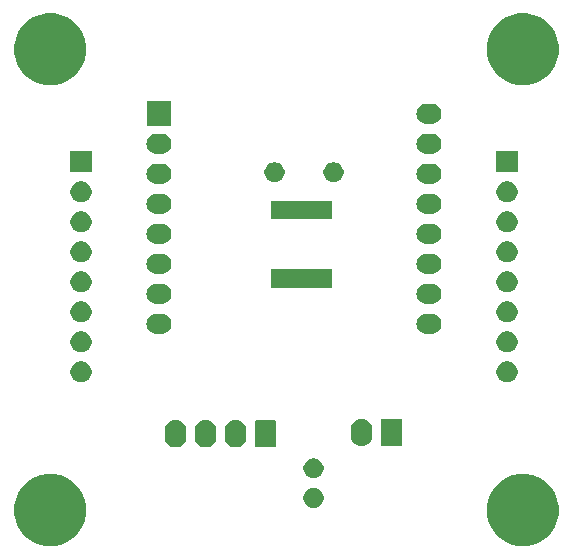
<source format=gts>
G04 #@! TF.GenerationSoftware,KiCad,Pcbnew,(5.1.6)-1*
G04 #@! TF.CreationDate,2020-07-05T17:14:59-07:00*
G04 #@! TF.ProjectId,LED controller board - Wemos,4c454420-636f-46e7-9472-6f6c6c657220,rev?*
G04 #@! TF.SameCoordinates,Original*
G04 #@! TF.FileFunction,Soldermask,Top*
G04 #@! TF.FilePolarity,Negative*
%FSLAX46Y46*%
G04 Gerber Fmt 4.6, Leading zero omitted, Abs format (unit mm)*
G04 Created by KiCad (PCBNEW (5.1.6)-1) date 2020-07-05 17:14:59*
%MOMM*%
%LPD*%
G01*
G04 APERTURE LIST*
%ADD10C,0.100000*%
G04 APERTURE END LIST*
D10*
G36*
X75889943Y-94066248D02*
G01*
X76445189Y-94296238D01*
X76445190Y-94296239D01*
X76944899Y-94630134D01*
X77369866Y-95055101D01*
X77369867Y-95055103D01*
X77703762Y-95554811D01*
X77933752Y-96110057D01*
X78051000Y-96699501D01*
X78051000Y-97300499D01*
X77933752Y-97889943D01*
X77703762Y-98445189D01*
X77703761Y-98445190D01*
X77369866Y-98944899D01*
X76944899Y-99369866D01*
X76693347Y-99537948D01*
X76445189Y-99703762D01*
X75889943Y-99933752D01*
X75300499Y-100051000D01*
X74699501Y-100051000D01*
X74110057Y-99933752D01*
X73554811Y-99703762D01*
X73306653Y-99537948D01*
X73055101Y-99369866D01*
X72630134Y-98944899D01*
X72296239Y-98445190D01*
X72296238Y-98445189D01*
X72066248Y-97889943D01*
X71949000Y-97300499D01*
X71949000Y-96699501D01*
X72066248Y-96110057D01*
X72296238Y-95554811D01*
X72630133Y-95055103D01*
X72630134Y-95055101D01*
X73055101Y-94630134D01*
X73554810Y-94296239D01*
X73554811Y-94296238D01*
X74110057Y-94066248D01*
X74699501Y-93949000D01*
X75300499Y-93949000D01*
X75889943Y-94066248D01*
G37*
G36*
X115889943Y-94066248D02*
G01*
X116445189Y-94296238D01*
X116445190Y-94296239D01*
X116944899Y-94630134D01*
X117369866Y-95055101D01*
X117369867Y-95055103D01*
X117703762Y-95554811D01*
X117933752Y-96110057D01*
X118051000Y-96699501D01*
X118051000Y-97300499D01*
X117933752Y-97889943D01*
X117703762Y-98445189D01*
X117703761Y-98445190D01*
X117369866Y-98944899D01*
X116944899Y-99369866D01*
X116693347Y-99537948D01*
X116445189Y-99703762D01*
X115889943Y-99933752D01*
X115300499Y-100051000D01*
X114699501Y-100051000D01*
X114110057Y-99933752D01*
X113554811Y-99703762D01*
X113306653Y-99537948D01*
X113055101Y-99369866D01*
X112630134Y-98944899D01*
X112296239Y-98445190D01*
X112296238Y-98445189D01*
X112066248Y-97889943D01*
X111949000Y-97300499D01*
X111949000Y-96699501D01*
X112066248Y-96110057D01*
X112296238Y-95554811D01*
X112630133Y-95055103D01*
X112630134Y-95055101D01*
X113055101Y-94630134D01*
X113554810Y-94296239D01*
X113554811Y-94296238D01*
X114110057Y-94066248D01*
X114699501Y-93949000D01*
X115300499Y-93949000D01*
X115889943Y-94066248D01*
G37*
G36*
X97530228Y-95153703D02*
G01*
X97685100Y-95217853D01*
X97824481Y-95310985D01*
X97943015Y-95429519D01*
X98036147Y-95568900D01*
X98100297Y-95723772D01*
X98133000Y-95888184D01*
X98133000Y-96055816D01*
X98100297Y-96220228D01*
X98036147Y-96375100D01*
X97943015Y-96514481D01*
X97824481Y-96633015D01*
X97685100Y-96726147D01*
X97530228Y-96790297D01*
X97365816Y-96823000D01*
X97198184Y-96823000D01*
X97033772Y-96790297D01*
X96878900Y-96726147D01*
X96739519Y-96633015D01*
X96620985Y-96514481D01*
X96527853Y-96375100D01*
X96463703Y-96220228D01*
X96431000Y-96055816D01*
X96431000Y-95888184D01*
X96463703Y-95723772D01*
X96527853Y-95568900D01*
X96620985Y-95429519D01*
X96739519Y-95310985D01*
X96878900Y-95217853D01*
X97033772Y-95153703D01*
X97198184Y-95121000D01*
X97365816Y-95121000D01*
X97530228Y-95153703D01*
G37*
G36*
X97530228Y-92653703D02*
G01*
X97685100Y-92717853D01*
X97824481Y-92810985D01*
X97943015Y-92929519D01*
X98036147Y-93068900D01*
X98100297Y-93223772D01*
X98133000Y-93388184D01*
X98133000Y-93555816D01*
X98100297Y-93720228D01*
X98036147Y-93875100D01*
X97943015Y-94014481D01*
X97824481Y-94133015D01*
X97685100Y-94226147D01*
X97530228Y-94290297D01*
X97365816Y-94323000D01*
X97198184Y-94323000D01*
X97033772Y-94290297D01*
X96878900Y-94226147D01*
X96739519Y-94133015D01*
X96620985Y-94014481D01*
X96527853Y-93875100D01*
X96463703Y-93720228D01*
X96431000Y-93555816D01*
X96431000Y-93388184D01*
X96463703Y-93223772D01*
X96527853Y-93068900D01*
X96620985Y-92929519D01*
X96739519Y-92810985D01*
X96878900Y-92717853D01*
X97033772Y-92653703D01*
X97198184Y-92621000D01*
X97365816Y-92621000D01*
X97530228Y-92653703D01*
G37*
G36*
X85778548Y-89418326D02*
G01*
X85952157Y-89470990D01*
X86112156Y-89556511D01*
X86126612Y-89568375D01*
X86252397Y-89671603D01*
X86331729Y-89768271D01*
X86367489Y-89811844D01*
X86453010Y-89971843D01*
X86505674Y-90145452D01*
X86506492Y-90153756D01*
X86519000Y-90280756D01*
X86519000Y-90821245D01*
X86518182Y-90829546D01*
X86505674Y-90956548D01*
X86453010Y-91130157D01*
X86367489Y-91290156D01*
X86331729Y-91333729D01*
X86252397Y-91430397D01*
X86112155Y-91545489D01*
X85952156Y-91631010D01*
X85778547Y-91683674D01*
X85598000Y-91701456D01*
X85417452Y-91683674D01*
X85243843Y-91631010D01*
X85083844Y-91545489D01*
X85019259Y-91492485D01*
X84943603Y-91430397D01*
X84828511Y-91290155D01*
X84742991Y-91130158D01*
X84704466Y-91003159D01*
X84690326Y-90956547D01*
X84677000Y-90821243D01*
X84677000Y-90280756D01*
X84690326Y-90145452D01*
X84742990Y-89971843D01*
X84828512Y-89811844D01*
X84838832Y-89799269D01*
X84943604Y-89671603D01*
X85069389Y-89568375D01*
X85083845Y-89556511D01*
X85243844Y-89470990D01*
X85417453Y-89418326D01*
X85598000Y-89400544D01*
X85778548Y-89418326D01*
G37*
G36*
X88318548Y-89418326D02*
G01*
X88492157Y-89470990D01*
X88652156Y-89556511D01*
X88666612Y-89568375D01*
X88792397Y-89671603D01*
X88871729Y-89768271D01*
X88907489Y-89811844D01*
X88993010Y-89971843D01*
X89045674Y-90145452D01*
X89046492Y-90153756D01*
X89059000Y-90280756D01*
X89059000Y-90821245D01*
X89058182Y-90829546D01*
X89045674Y-90956548D01*
X88993010Y-91130157D01*
X88907489Y-91290156D01*
X88871729Y-91333729D01*
X88792397Y-91430397D01*
X88652155Y-91545489D01*
X88492156Y-91631010D01*
X88318547Y-91683674D01*
X88138000Y-91701456D01*
X87957452Y-91683674D01*
X87783843Y-91631010D01*
X87623844Y-91545489D01*
X87559259Y-91492485D01*
X87483603Y-91430397D01*
X87368511Y-91290155D01*
X87282991Y-91130158D01*
X87244466Y-91003159D01*
X87230326Y-90956547D01*
X87217000Y-90821243D01*
X87217000Y-90280756D01*
X87230326Y-90145452D01*
X87282990Y-89971843D01*
X87368512Y-89811844D01*
X87378832Y-89799269D01*
X87483604Y-89671603D01*
X87609389Y-89568375D01*
X87623845Y-89556511D01*
X87783844Y-89470990D01*
X87957453Y-89418326D01*
X88138000Y-89400544D01*
X88318548Y-89418326D01*
G37*
G36*
X90858548Y-89418326D02*
G01*
X91032157Y-89470990D01*
X91192156Y-89556511D01*
X91206612Y-89568375D01*
X91332397Y-89671603D01*
X91411729Y-89768271D01*
X91447489Y-89811844D01*
X91533010Y-89971843D01*
X91585674Y-90145452D01*
X91586492Y-90153756D01*
X91599000Y-90280756D01*
X91599000Y-90821245D01*
X91598182Y-90829546D01*
X91585674Y-90956548D01*
X91533010Y-91130157D01*
X91447489Y-91290156D01*
X91411729Y-91333729D01*
X91332397Y-91430397D01*
X91192155Y-91545489D01*
X91032156Y-91631010D01*
X90858547Y-91683674D01*
X90678000Y-91701456D01*
X90497452Y-91683674D01*
X90323843Y-91631010D01*
X90163844Y-91545489D01*
X90099259Y-91492485D01*
X90023603Y-91430397D01*
X89908511Y-91290155D01*
X89822991Y-91130158D01*
X89784466Y-91003159D01*
X89770326Y-90956547D01*
X89757000Y-90821243D01*
X89757000Y-90280756D01*
X89770326Y-90145452D01*
X89822990Y-89971843D01*
X89908512Y-89811844D01*
X89918832Y-89799269D01*
X90023604Y-89671603D01*
X90149389Y-89568375D01*
X90163845Y-89556511D01*
X90323844Y-89470990D01*
X90497453Y-89418326D01*
X90678000Y-89400544D01*
X90858548Y-89418326D01*
G37*
G36*
X93997561Y-89408966D02*
G01*
X94030383Y-89418923D01*
X94060632Y-89435092D01*
X94087148Y-89456852D01*
X94108908Y-89483368D01*
X94125077Y-89513617D01*
X94135034Y-89546439D01*
X94139000Y-89586713D01*
X94139000Y-91515287D01*
X94135034Y-91555561D01*
X94125077Y-91588383D01*
X94108908Y-91618632D01*
X94087148Y-91645148D01*
X94060632Y-91666908D01*
X94030383Y-91683077D01*
X93997561Y-91693034D01*
X93957287Y-91697000D01*
X92478713Y-91697000D01*
X92438439Y-91693034D01*
X92405617Y-91683077D01*
X92375368Y-91666908D01*
X92348852Y-91645148D01*
X92327092Y-91618632D01*
X92310923Y-91588383D01*
X92300966Y-91555561D01*
X92297000Y-91515287D01*
X92297000Y-89586713D01*
X92300966Y-89546439D01*
X92310923Y-89513617D01*
X92327092Y-89483368D01*
X92348852Y-89456852D01*
X92375368Y-89435092D01*
X92405617Y-89418923D01*
X92438439Y-89408966D01*
X92478713Y-89405000D01*
X93957287Y-89405000D01*
X93997561Y-89408966D01*
G37*
G36*
X101526548Y-89291326D02*
G01*
X101700157Y-89343990D01*
X101860156Y-89429511D01*
X101893471Y-89456852D01*
X102000397Y-89544603D01*
X102060650Y-89618023D01*
X102115489Y-89684844D01*
X102201010Y-89844843D01*
X102253674Y-90018452D01*
X102267000Y-90153757D01*
X102267000Y-90694244D01*
X102253674Y-90829548D01*
X102201010Y-91003157D01*
X102115489Y-91163156D01*
X102079729Y-91206729D01*
X102000397Y-91303397D01*
X101860155Y-91418489D01*
X101700156Y-91504010D01*
X101526547Y-91556674D01*
X101346000Y-91574456D01*
X101165452Y-91556674D01*
X100991843Y-91504010D01*
X100831844Y-91418489D01*
X100788271Y-91382729D01*
X100691603Y-91303397D01*
X100576511Y-91163155D01*
X100490991Y-91003158D01*
X100476852Y-90956548D01*
X100438326Y-90829547D01*
X100425000Y-90694243D01*
X100425000Y-90153756D01*
X100425818Y-90145455D01*
X100438326Y-90018454D01*
X100438326Y-90018452D01*
X100490990Y-89844843D01*
X100576512Y-89684844D01*
X100588978Y-89669654D01*
X100691604Y-89544603D01*
X100798530Y-89456852D01*
X100831845Y-89429511D01*
X100991844Y-89343990D01*
X101165453Y-89291326D01*
X101346000Y-89273544D01*
X101526548Y-89291326D01*
G37*
G36*
X104665561Y-89281966D02*
G01*
X104698383Y-89291923D01*
X104728632Y-89308092D01*
X104755148Y-89329852D01*
X104776908Y-89356368D01*
X104793077Y-89386617D01*
X104803034Y-89419439D01*
X104807000Y-89459713D01*
X104807000Y-91388287D01*
X104803034Y-91428561D01*
X104793077Y-91461383D01*
X104776908Y-91491632D01*
X104755148Y-91518148D01*
X104728632Y-91539908D01*
X104698383Y-91556077D01*
X104665561Y-91566034D01*
X104625287Y-91570000D01*
X103146713Y-91570000D01*
X103106439Y-91566034D01*
X103073617Y-91556077D01*
X103043368Y-91539908D01*
X103016852Y-91518148D01*
X102995092Y-91491632D01*
X102978923Y-91461383D01*
X102968966Y-91428561D01*
X102965000Y-91388287D01*
X102965000Y-89459713D01*
X102968966Y-89419439D01*
X102978923Y-89386617D01*
X102995092Y-89356368D01*
X103016852Y-89329852D01*
X103043368Y-89308092D01*
X103073617Y-89291923D01*
X103106439Y-89281966D01*
X103146713Y-89278000D01*
X104625287Y-89278000D01*
X104665561Y-89281966D01*
G37*
G36*
X113778512Y-84399927D02*
G01*
X113927812Y-84429624D01*
X114091784Y-84497544D01*
X114239354Y-84596147D01*
X114364853Y-84721646D01*
X114463456Y-84869216D01*
X114531376Y-85033188D01*
X114566000Y-85207259D01*
X114566000Y-85384741D01*
X114531376Y-85558812D01*
X114463456Y-85722784D01*
X114364853Y-85870354D01*
X114239354Y-85995853D01*
X114091784Y-86094456D01*
X113927812Y-86162376D01*
X113778512Y-86192073D01*
X113753742Y-86197000D01*
X113576258Y-86197000D01*
X113551488Y-86192073D01*
X113402188Y-86162376D01*
X113238216Y-86094456D01*
X113090646Y-85995853D01*
X112965147Y-85870354D01*
X112866544Y-85722784D01*
X112798624Y-85558812D01*
X112764000Y-85384741D01*
X112764000Y-85207259D01*
X112798624Y-85033188D01*
X112866544Y-84869216D01*
X112965147Y-84721646D01*
X113090646Y-84596147D01*
X113238216Y-84497544D01*
X113402188Y-84429624D01*
X113551488Y-84399927D01*
X113576258Y-84395000D01*
X113753742Y-84395000D01*
X113778512Y-84399927D01*
G37*
G36*
X77710512Y-84399927D02*
G01*
X77859812Y-84429624D01*
X78023784Y-84497544D01*
X78171354Y-84596147D01*
X78296853Y-84721646D01*
X78395456Y-84869216D01*
X78463376Y-85033188D01*
X78498000Y-85207259D01*
X78498000Y-85384741D01*
X78463376Y-85558812D01*
X78395456Y-85722784D01*
X78296853Y-85870354D01*
X78171354Y-85995853D01*
X78023784Y-86094456D01*
X77859812Y-86162376D01*
X77710512Y-86192073D01*
X77685742Y-86197000D01*
X77508258Y-86197000D01*
X77483488Y-86192073D01*
X77334188Y-86162376D01*
X77170216Y-86094456D01*
X77022646Y-85995853D01*
X76897147Y-85870354D01*
X76798544Y-85722784D01*
X76730624Y-85558812D01*
X76696000Y-85384741D01*
X76696000Y-85207259D01*
X76730624Y-85033188D01*
X76798544Y-84869216D01*
X76897147Y-84721646D01*
X77022646Y-84596147D01*
X77170216Y-84497544D01*
X77334188Y-84429624D01*
X77483488Y-84399927D01*
X77508258Y-84395000D01*
X77685742Y-84395000D01*
X77710512Y-84399927D01*
G37*
G36*
X113778512Y-81859927D02*
G01*
X113927812Y-81889624D01*
X114091784Y-81957544D01*
X114239354Y-82056147D01*
X114364853Y-82181646D01*
X114463456Y-82329216D01*
X114531376Y-82493188D01*
X114566000Y-82667259D01*
X114566000Y-82844741D01*
X114531376Y-83018812D01*
X114463456Y-83182784D01*
X114364853Y-83330354D01*
X114239354Y-83455853D01*
X114091784Y-83554456D01*
X113927812Y-83622376D01*
X113778512Y-83652073D01*
X113753742Y-83657000D01*
X113576258Y-83657000D01*
X113551488Y-83652073D01*
X113402188Y-83622376D01*
X113238216Y-83554456D01*
X113090646Y-83455853D01*
X112965147Y-83330354D01*
X112866544Y-83182784D01*
X112798624Y-83018812D01*
X112764000Y-82844741D01*
X112764000Y-82667259D01*
X112798624Y-82493188D01*
X112866544Y-82329216D01*
X112965147Y-82181646D01*
X113090646Y-82056147D01*
X113238216Y-81957544D01*
X113402188Y-81889624D01*
X113551488Y-81859927D01*
X113576258Y-81855000D01*
X113753742Y-81855000D01*
X113778512Y-81859927D01*
G37*
G36*
X77710512Y-81859927D02*
G01*
X77859812Y-81889624D01*
X78023784Y-81957544D01*
X78171354Y-82056147D01*
X78296853Y-82181646D01*
X78395456Y-82329216D01*
X78463376Y-82493188D01*
X78498000Y-82667259D01*
X78498000Y-82844741D01*
X78463376Y-83018812D01*
X78395456Y-83182784D01*
X78296853Y-83330354D01*
X78171354Y-83455853D01*
X78023784Y-83554456D01*
X77859812Y-83622376D01*
X77710512Y-83652073D01*
X77685742Y-83657000D01*
X77508258Y-83657000D01*
X77483488Y-83652073D01*
X77334188Y-83622376D01*
X77170216Y-83554456D01*
X77022646Y-83455853D01*
X76897147Y-83330354D01*
X76798544Y-83182784D01*
X76730624Y-83018812D01*
X76696000Y-82844741D01*
X76696000Y-82667259D01*
X76730624Y-82493188D01*
X76798544Y-82329216D01*
X76897147Y-82181646D01*
X77022646Y-82056147D01*
X77170216Y-81957544D01*
X77334188Y-81889624D01*
X77483488Y-81859927D01*
X77508258Y-81855000D01*
X77685742Y-81855000D01*
X77710512Y-81859927D01*
G37*
G36*
X84567823Y-80393313D02*
G01*
X84728242Y-80441976D01*
X84797155Y-80478811D01*
X84876078Y-80520996D01*
X85005659Y-80627341D01*
X85112004Y-80756922D01*
X85112005Y-80756924D01*
X85191024Y-80904758D01*
X85239687Y-81065177D01*
X85256117Y-81232000D01*
X85239687Y-81398823D01*
X85191024Y-81559242D01*
X85120114Y-81691906D01*
X85112004Y-81707078D01*
X85005659Y-81836659D01*
X84876078Y-81943004D01*
X84876076Y-81943005D01*
X84728242Y-82022024D01*
X84567823Y-82070687D01*
X84442804Y-82083000D01*
X83959196Y-82083000D01*
X83834177Y-82070687D01*
X83673758Y-82022024D01*
X83525924Y-81943005D01*
X83525922Y-81943004D01*
X83396341Y-81836659D01*
X83289996Y-81707078D01*
X83281886Y-81691906D01*
X83210976Y-81559242D01*
X83162313Y-81398823D01*
X83145883Y-81232000D01*
X83162313Y-81065177D01*
X83210976Y-80904758D01*
X83289995Y-80756924D01*
X83289996Y-80756922D01*
X83396341Y-80627341D01*
X83525922Y-80520996D01*
X83604845Y-80478811D01*
X83673758Y-80441976D01*
X83834177Y-80393313D01*
X83959196Y-80381000D01*
X84442804Y-80381000D01*
X84567823Y-80393313D01*
G37*
G36*
X107427823Y-80393313D02*
G01*
X107588242Y-80441976D01*
X107657155Y-80478811D01*
X107736078Y-80520996D01*
X107865659Y-80627341D01*
X107972004Y-80756922D01*
X107972005Y-80756924D01*
X108051024Y-80904758D01*
X108099687Y-81065177D01*
X108116117Y-81232000D01*
X108099687Y-81398823D01*
X108051024Y-81559242D01*
X107980114Y-81691906D01*
X107972004Y-81707078D01*
X107865659Y-81836659D01*
X107736078Y-81943004D01*
X107736076Y-81943005D01*
X107588242Y-82022024D01*
X107427823Y-82070687D01*
X107302804Y-82083000D01*
X106819196Y-82083000D01*
X106694177Y-82070687D01*
X106533758Y-82022024D01*
X106385924Y-81943005D01*
X106385922Y-81943004D01*
X106256341Y-81836659D01*
X106149996Y-81707078D01*
X106141886Y-81691906D01*
X106070976Y-81559242D01*
X106022313Y-81398823D01*
X106005883Y-81232000D01*
X106022313Y-81065177D01*
X106070976Y-80904758D01*
X106149995Y-80756924D01*
X106149996Y-80756922D01*
X106256341Y-80627341D01*
X106385922Y-80520996D01*
X106464845Y-80478811D01*
X106533758Y-80441976D01*
X106694177Y-80393313D01*
X106819196Y-80381000D01*
X107302804Y-80381000D01*
X107427823Y-80393313D01*
G37*
G36*
X113778512Y-79319927D02*
G01*
X113927812Y-79349624D01*
X114091784Y-79417544D01*
X114239354Y-79516147D01*
X114364853Y-79641646D01*
X114463456Y-79789216D01*
X114531376Y-79953188D01*
X114566000Y-80127259D01*
X114566000Y-80304741D01*
X114531376Y-80478812D01*
X114463456Y-80642784D01*
X114364853Y-80790354D01*
X114239354Y-80915853D01*
X114091784Y-81014456D01*
X113927812Y-81082376D01*
X113778512Y-81112073D01*
X113753742Y-81117000D01*
X113576258Y-81117000D01*
X113551488Y-81112073D01*
X113402188Y-81082376D01*
X113238216Y-81014456D01*
X113090646Y-80915853D01*
X112965147Y-80790354D01*
X112866544Y-80642784D01*
X112798624Y-80478812D01*
X112764000Y-80304741D01*
X112764000Y-80127259D01*
X112798624Y-79953188D01*
X112866544Y-79789216D01*
X112965147Y-79641646D01*
X113090646Y-79516147D01*
X113238216Y-79417544D01*
X113402188Y-79349624D01*
X113551488Y-79319927D01*
X113576258Y-79315000D01*
X113753742Y-79315000D01*
X113778512Y-79319927D01*
G37*
G36*
X77710512Y-79319927D02*
G01*
X77859812Y-79349624D01*
X78023784Y-79417544D01*
X78171354Y-79516147D01*
X78296853Y-79641646D01*
X78395456Y-79789216D01*
X78463376Y-79953188D01*
X78498000Y-80127259D01*
X78498000Y-80304741D01*
X78463376Y-80478812D01*
X78395456Y-80642784D01*
X78296853Y-80790354D01*
X78171354Y-80915853D01*
X78023784Y-81014456D01*
X77859812Y-81082376D01*
X77710512Y-81112073D01*
X77685742Y-81117000D01*
X77508258Y-81117000D01*
X77483488Y-81112073D01*
X77334188Y-81082376D01*
X77170216Y-81014456D01*
X77022646Y-80915853D01*
X76897147Y-80790354D01*
X76798544Y-80642784D01*
X76730624Y-80478812D01*
X76696000Y-80304741D01*
X76696000Y-80127259D01*
X76730624Y-79953188D01*
X76798544Y-79789216D01*
X76897147Y-79641646D01*
X77022646Y-79516147D01*
X77170216Y-79417544D01*
X77334188Y-79349624D01*
X77483488Y-79319927D01*
X77508258Y-79315000D01*
X77685742Y-79315000D01*
X77710512Y-79319927D01*
G37*
G36*
X107427823Y-77853313D02*
G01*
X107588242Y-77901976D01*
X107657155Y-77938811D01*
X107736078Y-77980996D01*
X107865659Y-78087341D01*
X107972004Y-78216922D01*
X107972005Y-78216924D01*
X108051024Y-78364758D01*
X108099687Y-78525177D01*
X108116117Y-78692000D01*
X108099687Y-78858823D01*
X108051024Y-79019242D01*
X107980114Y-79151906D01*
X107972004Y-79167078D01*
X107865659Y-79296659D01*
X107736078Y-79403004D01*
X107736076Y-79403005D01*
X107588242Y-79482024D01*
X107427823Y-79530687D01*
X107302804Y-79543000D01*
X106819196Y-79543000D01*
X106694177Y-79530687D01*
X106533758Y-79482024D01*
X106385924Y-79403005D01*
X106385922Y-79403004D01*
X106256341Y-79296659D01*
X106149996Y-79167078D01*
X106141886Y-79151906D01*
X106070976Y-79019242D01*
X106022313Y-78858823D01*
X106005883Y-78692000D01*
X106022313Y-78525177D01*
X106070976Y-78364758D01*
X106149995Y-78216924D01*
X106149996Y-78216922D01*
X106256341Y-78087341D01*
X106385922Y-77980996D01*
X106464845Y-77938811D01*
X106533758Y-77901976D01*
X106694177Y-77853313D01*
X106819196Y-77841000D01*
X107302804Y-77841000D01*
X107427823Y-77853313D01*
G37*
G36*
X84567823Y-77853313D02*
G01*
X84728242Y-77901976D01*
X84797155Y-77938811D01*
X84876078Y-77980996D01*
X85005659Y-78087341D01*
X85112004Y-78216922D01*
X85112005Y-78216924D01*
X85191024Y-78364758D01*
X85239687Y-78525177D01*
X85256117Y-78692000D01*
X85239687Y-78858823D01*
X85191024Y-79019242D01*
X85120114Y-79151906D01*
X85112004Y-79167078D01*
X85005659Y-79296659D01*
X84876078Y-79403004D01*
X84876076Y-79403005D01*
X84728242Y-79482024D01*
X84567823Y-79530687D01*
X84442804Y-79543000D01*
X83959196Y-79543000D01*
X83834177Y-79530687D01*
X83673758Y-79482024D01*
X83525924Y-79403005D01*
X83525922Y-79403004D01*
X83396341Y-79296659D01*
X83289996Y-79167078D01*
X83281886Y-79151906D01*
X83210976Y-79019242D01*
X83162313Y-78858823D01*
X83145883Y-78692000D01*
X83162313Y-78525177D01*
X83210976Y-78364758D01*
X83289995Y-78216924D01*
X83289996Y-78216922D01*
X83396341Y-78087341D01*
X83525922Y-77980996D01*
X83604845Y-77938811D01*
X83673758Y-77901976D01*
X83834177Y-77853313D01*
X83959196Y-77841000D01*
X84442804Y-77841000D01*
X84567823Y-77853313D01*
G37*
G36*
X113778512Y-76779927D02*
G01*
X113927812Y-76809624D01*
X114091784Y-76877544D01*
X114239354Y-76976147D01*
X114364853Y-77101646D01*
X114463456Y-77249216D01*
X114531376Y-77413188D01*
X114566000Y-77587259D01*
X114566000Y-77764741D01*
X114531376Y-77938812D01*
X114463456Y-78102784D01*
X114364853Y-78250354D01*
X114239354Y-78375853D01*
X114091784Y-78474456D01*
X113927812Y-78542376D01*
X113778512Y-78572073D01*
X113753742Y-78577000D01*
X113576258Y-78577000D01*
X113551488Y-78572073D01*
X113402188Y-78542376D01*
X113238216Y-78474456D01*
X113090646Y-78375853D01*
X112965147Y-78250354D01*
X112866544Y-78102784D01*
X112798624Y-77938812D01*
X112764000Y-77764741D01*
X112764000Y-77587259D01*
X112798624Y-77413188D01*
X112866544Y-77249216D01*
X112965147Y-77101646D01*
X113090646Y-76976147D01*
X113238216Y-76877544D01*
X113402188Y-76809624D01*
X113551488Y-76779927D01*
X113576258Y-76775000D01*
X113753742Y-76775000D01*
X113778512Y-76779927D01*
G37*
G36*
X77710512Y-76779927D02*
G01*
X77859812Y-76809624D01*
X78023784Y-76877544D01*
X78171354Y-76976147D01*
X78296853Y-77101646D01*
X78395456Y-77249216D01*
X78463376Y-77413188D01*
X78498000Y-77587259D01*
X78498000Y-77764741D01*
X78463376Y-77938812D01*
X78395456Y-78102784D01*
X78296853Y-78250354D01*
X78171354Y-78375853D01*
X78023784Y-78474456D01*
X77859812Y-78542376D01*
X77710512Y-78572073D01*
X77685742Y-78577000D01*
X77508258Y-78577000D01*
X77483488Y-78572073D01*
X77334188Y-78542376D01*
X77170216Y-78474456D01*
X77022646Y-78375853D01*
X76897147Y-78250354D01*
X76798544Y-78102784D01*
X76730624Y-77938812D01*
X76696000Y-77764741D01*
X76696000Y-77587259D01*
X76730624Y-77413188D01*
X76798544Y-77249216D01*
X76897147Y-77101646D01*
X77022646Y-76976147D01*
X77170216Y-76877544D01*
X77334188Y-76809624D01*
X77483488Y-76779927D01*
X77508258Y-76775000D01*
X77685742Y-76775000D01*
X77710512Y-76779927D01*
G37*
G36*
X98817000Y-78202000D02*
G01*
X93715000Y-78202000D01*
X93715000Y-76600000D01*
X98817000Y-76600000D01*
X98817000Y-78202000D01*
G37*
G36*
X107427823Y-75313313D02*
G01*
X107588242Y-75361976D01*
X107657155Y-75398811D01*
X107736078Y-75440996D01*
X107865659Y-75547341D01*
X107972004Y-75676922D01*
X107972005Y-75676924D01*
X108051024Y-75824758D01*
X108099687Y-75985177D01*
X108116117Y-76152000D01*
X108099687Y-76318823D01*
X108051024Y-76479242D01*
X107986477Y-76600000D01*
X107972004Y-76627078D01*
X107865659Y-76756659D01*
X107736078Y-76863004D01*
X107736076Y-76863005D01*
X107588242Y-76942024D01*
X107427823Y-76990687D01*
X107302804Y-77003000D01*
X106819196Y-77003000D01*
X106694177Y-76990687D01*
X106533758Y-76942024D01*
X106385924Y-76863005D01*
X106385922Y-76863004D01*
X106256341Y-76756659D01*
X106149996Y-76627078D01*
X106135523Y-76600000D01*
X106070976Y-76479242D01*
X106022313Y-76318823D01*
X106005883Y-76152000D01*
X106022313Y-75985177D01*
X106070976Y-75824758D01*
X106149995Y-75676924D01*
X106149996Y-75676922D01*
X106256341Y-75547341D01*
X106385922Y-75440996D01*
X106464845Y-75398811D01*
X106533758Y-75361976D01*
X106694177Y-75313313D01*
X106819196Y-75301000D01*
X107302804Y-75301000D01*
X107427823Y-75313313D01*
G37*
G36*
X84567823Y-75313313D02*
G01*
X84728242Y-75361976D01*
X84797155Y-75398811D01*
X84876078Y-75440996D01*
X85005659Y-75547341D01*
X85112004Y-75676922D01*
X85112005Y-75676924D01*
X85191024Y-75824758D01*
X85239687Y-75985177D01*
X85256117Y-76152000D01*
X85239687Y-76318823D01*
X85191024Y-76479242D01*
X85126477Y-76600000D01*
X85112004Y-76627078D01*
X85005659Y-76756659D01*
X84876078Y-76863004D01*
X84876076Y-76863005D01*
X84728242Y-76942024D01*
X84567823Y-76990687D01*
X84442804Y-77003000D01*
X83959196Y-77003000D01*
X83834177Y-76990687D01*
X83673758Y-76942024D01*
X83525924Y-76863005D01*
X83525922Y-76863004D01*
X83396341Y-76756659D01*
X83289996Y-76627078D01*
X83275523Y-76600000D01*
X83210976Y-76479242D01*
X83162313Y-76318823D01*
X83145883Y-76152000D01*
X83162313Y-75985177D01*
X83210976Y-75824758D01*
X83289995Y-75676924D01*
X83289996Y-75676922D01*
X83396341Y-75547341D01*
X83525922Y-75440996D01*
X83604845Y-75398811D01*
X83673758Y-75361976D01*
X83834177Y-75313313D01*
X83959196Y-75301000D01*
X84442804Y-75301000D01*
X84567823Y-75313313D01*
G37*
G36*
X113778512Y-74239927D02*
G01*
X113927812Y-74269624D01*
X114091784Y-74337544D01*
X114239354Y-74436147D01*
X114364853Y-74561646D01*
X114463456Y-74709216D01*
X114531376Y-74873188D01*
X114566000Y-75047259D01*
X114566000Y-75224741D01*
X114531376Y-75398812D01*
X114463456Y-75562784D01*
X114364853Y-75710354D01*
X114239354Y-75835853D01*
X114091784Y-75934456D01*
X113927812Y-76002376D01*
X113778512Y-76032073D01*
X113753742Y-76037000D01*
X113576258Y-76037000D01*
X113551488Y-76032073D01*
X113402188Y-76002376D01*
X113238216Y-75934456D01*
X113090646Y-75835853D01*
X112965147Y-75710354D01*
X112866544Y-75562784D01*
X112798624Y-75398812D01*
X112764000Y-75224741D01*
X112764000Y-75047259D01*
X112798624Y-74873188D01*
X112866544Y-74709216D01*
X112965147Y-74561646D01*
X113090646Y-74436147D01*
X113238216Y-74337544D01*
X113402188Y-74269624D01*
X113551488Y-74239927D01*
X113576258Y-74235000D01*
X113753742Y-74235000D01*
X113778512Y-74239927D01*
G37*
G36*
X77710512Y-74239927D02*
G01*
X77859812Y-74269624D01*
X78023784Y-74337544D01*
X78171354Y-74436147D01*
X78296853Y-74561646D01*
X78395456Y-74709216D01*
X78463376Y-74873188D01*
X78498000Y-75047259D01*
X78498000Y-75224741D01*
X78463376Y-75398812D01*
X78395456Y-75562784D01*
X78296853Y-75710354D01*
X78171354Y-75835853D01*
X78023784Y-75934456D01*
X77859812Y-76002376D01*
X77710512Y-76032073D01*
X77685742Y-76037000D01*
X77508258Y-76037000D01*
X77483488Y-76032073D01*
X77334188Y-76002376D01*
X77170216Y-75934456D01*
X77022646Y-75835853D01*
X76897147Y-75710354D01*
X76798544Y-75562784D01*
X76730624Y-75398812D01*
X76696000Y-75224741D01*
X76696000Y-75047259D01*
X76730624Y-74873188D01*
X76798544Y-74709216D01*
X76897147Y-74561646D01*
X77022646Y-74436147D01*
X77170216Y-74337544D01*
X77334188Y-74269624D01*
X77483488Y-74239927D01*
X77508258Y-74235000D01*
X77685742Y-74235000D01*
X77710512Y-74239927D01*
G37*
G36*
X84567823Y-72773313D02*
G01*
X84728242Y-72821976D01*
X84797155Y-72858811D01*
X84876078Y-72900996D01*
X85005659Y-73007341D01*
X85112004Y-73136922D01*
X85112005Y-73136924D01*
X85191024Y-73284758D01*
X85239687Y-73445177D01*
X85256117Y-73612000D01*
X85239687Y-73778823D01*
X85191024Y-73939242D01*
X85120114Y-74071906D01*
X85112004Y-74087078D01*
X85005659Y-74216659D01*
X84876078Y-74323004D01*
X84876076Y-74323005D01*
X84728242Y-74402024D01*
X84567823Y-74450687D01*
X84442804Y-74463000D01*
X83959196Y-74463000D01*
X83834177Y-74450687D01*
X83673758Y-74402024D01*
X83525924Y-74323005D01*
X83525922Y-74323004D01*
X83396341Y-74216659D01*
X83289996Y-74087078D01*
X83281886Y-74071906D01*
X83210976Y-73939242D01*
X83162313Y-73778823D01*
X83145883Y-73612000D01*
X83162313Y-73445177D01*
X83210976Y-73284758D01*
X83289995Y-73136924D01*
X83289996Y-73136922D01*
X83396341Y-73007341D01*
X83525922Y-72900996D01*
X83604845Y-72858811D01*
X83673758Y-72821976D01*
X83834177Y-72773313D01*
X83959196Y-72761000D01*
X84442804Y-72761000D01*
X84567823Y-72773313D01*
G37*
G36*
X107427823Y-72773313D02*
G01*
X107588242Y-72821976D01*
X107657155Y-72858811D01*
X107736078Y-72900996D01*
X107865659Y-73007341D01*
X107972004Y-73136922D01*
X107972005Y-73136924D01*
X108051024Y-73284758D01*
X108099687Y-73445177D01*
X108116117Y-73612000D01*
X108099687Y-73778823D01*
X108051024Y-73939242D01*
X107980114Y-74071906D01*
X107972004Y-74087078D01*
X107865659Y-74216659D01*
X107736078Y-74323004D01*
X107736076Y-74323005D01*
X107588242Y-74402024D01*
X107427823Y-74450687D01*
X107302804Y-74463000D01*
X106819196Y-74463000D01*
X106694177Y-74450687D01*
X106533758Y-74402024D01*
X106385924Y-74323005D01*
X106385922Y-74323004D01*
X106256341Y-74216659D01*
X106149996Y-74087078D01*
X106141886Y-74071906D01*
X106070976Y-73939242D01*
X106022313Y-73778823D01*
X106005883Y-73612000D01*
X106022313Y-73445177D01*
X106070976Y-73284758D01*
X106149995Y-73136924D01*
X106149996Y-73136922D01*
X106256341Y-73007341D01*
X106385922Y-72900996D01*
X106464845Y-72858811D01*
X106533758Y-72821976D01*
X106694177Y-72773313D01*
X106819196Y-72761000D01*
X107302804Y-72761000D01*
X107427823Y-72773313D01*
G37*
G36*
X113778512Y-71699927D02*
G01*
X113927812Y-71729624D01*
X114091784Y-71797544D01*
X114239354Y-71896147D01*
X114364853Y-72021646D01*
X114463456Y-72169216D01*
X114531376Y-72333188D01*
X114566000Y-72507259D01*
X114566000Y-72684741D01*
X114531376Y-72858812D01*
X114463456Y-73022784D01*
X114364853Y-73170354D01*
X114239354Y-73295853D01*
X114091784Y-73394456D01*
X113927812Y-73462376D01*
X113778512Y-73492073D01*
X113753742Y-73497000D01*
X113576258Y-73497000D01*
X113551488Y-73492073D01*
X113402188Y-73462376D01*
X113238216Y-73394456D01*
X113090646Y-73295853D01*
X112965147Y-73170354D01*
X112866544Y-73022784D01*
X112798624Y-72858812D01*
X112764000Y-72684741D01*
X112764000Y-72507259D01*
X112798624Y-72333188D01*
X112866544Y-72169216D01*
X112965147Y-72021646D01*
X113090646Y-71896147D01*
X113238216Y-71797544D01*
X113402188Y-71729624D01*
X113551488Y-71699927D01*
X113576258Y-71695000D01*
X113753742Y-71695000D01*
X113778512Y-71699927D01*
G37*
G36*
X77710512Y-71699927D02*
G01*
X77859812Y-71729624D01*
X78023784Y-71797544D01*
X78171354Y-71896147D01*
X78296853Y-72021646D01*
X78395456Y-72169216D01*
X78463376Y-72333188D01*
X78498000Y-72507259D01*
X78498000Y-72684741D01*
X78463376Y-72858812D01*
X78395456Y-73022784D01*
X78296853Y-73170354D01*
X78171354Y-73295853D01*
X78023784Y-73394456D01*
X77859812Y-73462376D01*
X77710512Y-73492073D01*
X77685742Y-73497000D01*
X77508258Y-73497000D01*
X77483488Y-73492073D01*
X77334188Y-73462376D01*
X77170216Y-73394456D01*
X77022646Y-73295853D01*
X76897147Y-73170354D01*
X76798544Y-73022784D01*
X76730624Y-72858812D01*
X76696000Y-72684741D01*
X76696000Y-72507259D01*
X76730624Y-72333188D01*
X76798544Y-72169216D01*
X76897147Y-72021646D01*
X77022646Y-71896147D01*
X77170216Y-71797544D01*
X77334188Y-71729624D01*
X77483488Y-71699927D01*
X77508258Y-71695000D01*
X77685742Y-71695000D01*
X77710512Y-71699927D01*
G37*
G36*
X98817000Y-72402000D02*
G01*
X93715000Y-72402000D01*
X93715000Y-70800000D01*
X98817000Y-70800000D01*
X98817000Y-72402000D01*
G37*
G36*
X84567823Y-70233313D02*
G01*
X84728242Y-70281976D01*
X84797155Y-70318811D01*
X84876078Y-70360996D01*
X85005659Y-70467341D01*
X85112004Y-70596922D01*
X85112005Y-70596924D01*
X85191024Y-70744758D01*
X85239687Y-70905177D01*
X85256117Y-71072000D01*
X85239687Y-71238823D01*
X85191024Y-71399242D01*
X85120114Y-71531906D01*
X85112004Y-71547078D01*
X85005659Y-71676659D01*
X84876078Y-71783004D01*
X84876076Y-71783005D01*
X84728242Y-71862024D01*
X84567823Y-71910687D01*
X84442804Y-71923000D01*
X83959196Y-71923000D01*
X83834177Y-71910687D01*
X83673758Y-71862024D01*
X83525924Y-71783005D01*
X83525922Y-71783004D01*
X83396341Y-71676659D01*
X83289996Y-71547078D01*
X83281886Y-71531906D01*
X83210976Y-71399242D01*
X83162313Y-71238823D01*
X83145883Y-71072000D01*
X83162313Y-70905177D01*
X83210976Y-70744758D01*
X83289995Y-70596924D01*
X83289996Y-70596922D01*
X83396341Y-70467341D01*
X83525922Y-70360996D01*
X83604845Y-70318811D01*
X83673758Y-70281976D01*
X83834177Y-70233313D01*
X83959196Y-70221000D01*
X84442804Y-70221000D01*
X84567823Y-70233313D01*
G37*
G36*
X107427823Y-70233313D02*
G01*
X107588242Y-70281976D01*
X107657155Y-70318811D01*
X107736078Y-70360996D01*
X107865659Y-70467341D01*
X107972004Y-70596922D01*
X107972005Y-70596924D01*
X108051024Y-70744758D01*
X108099687Y-70905177D01*
X108116117Y-71072000D01*
X108099687Y-71238823D01*
X108051024Y-71399242D01*
X107980114Y-71531906D01*
X107972004Y-71547078D01*
X107865659Y-71676659D01*
X107736078Y-71783004D01*
X107736076Y-71783005D01*
X107588242Y-71862024D01*
X107427823Y-71910687D01*
X107302804Y-71923000D01*
X106819196Y-71923000D01*
X106694177Y-71910687D01*
X106533758Y-71862024D01*
X106385924Y-71783005D01*
X106385922Y-71783004D01*
X106256341Y-71676659D01*
X106149996Y-71547078D01*
X106141886Y-71531906D01*
X106070976Y-71399242D01*
X106022313Y-71238823D01*
X106005883Y-71072000D01*
X106022313Y-70905177D01*
X106070976Y-70744758D01*
X106149995Y-70596924D01*
X106149996Y-70596922D01*
X106256341Y-70467341D01*
X106385922Y-70360996D01*
X106464845Y-70318811D01*
X106533758Y-70281976D01*
X106694177Y-70233313D01*
X106819196Y-70221000D01*
X107302804Y-70221000D01*
X107427823Y-70233313D01*
G37*
G36*
X77706590Y-69159147D02*
G01*
X77859812Y-69189624D01*
X78023784Y-69257544D01*
X78171354Y-69356147D01*
X78296853Y-69481646D01*
X78395456Y-69629216D01*
X78463376Y-69793188D01*
X78498000Y-69967259D01*
X78498000Y-70144741D01*
X78463376Y-70318812D01*
X78395456Y-70482784D01*
X78296853Y-70630354D01*
X78171354Y-70755853D01*
X78023784Y-70854456D01*
X77859812Y-70922376D01*
X77710512Y-70952073D01*
X77685742Y-70957000D01*
X77508258Y-70957000D01*
X77483488Y-70952073D01*
X77334188Y-70922376D01*
X77170216Y-70854456D01*
X77022646Y-70755853D01*
X76897147Y-70630354D01*
X76798544Y-70482784D01*
X76730624Y-70318812D01*
X76696000Y-70144741D01*
X76696000Y-69967259D01*
X76730624Y-69793188D01*
X76798544Y-69629216D01*
X76897147Y-69481646D01*
X77022646Y-69356147D01*
X77170216Y-69257544D01*
X77334188Y-69189624D01*
X77487410Y-69159147D01*
X77508258Y-69155000D01*
X77685742Y-69155000D01*
X77706590Y-69159147D01*
G37*
G36*
X113774590Y-69159147D02*
G01*
X113927812Y-69189624D01*
X114091784Y-69257544D01*
X114239354Y-69356147D01*
X114364853Y-69481646D01*
X114463456Y-69629216D01*
X114531376Y-69793188D01*
X114566000Y-69967259D01*
X114566000Y-70144741D01*
X114531376Y-70318812D01*
X114463456Y-70482784D01*
X114364853Y-70630354D01*
X114239354Y-70755853D01*
X114091784Y-70854456D01*
X113927812Y-70922376D01*
X113778512Y-70952073D01*
X113753742Y-70957000D01*
X113576258Y-70957000D01*
X113551488Y-70952073D01*
X113402188Y-70922376D01*
X113238216Y-70854456D01*
X113090646Y-70755853D01*
X112965147Y-70630354D01*
X112866544Y-70482784D01*
X112798624Y-70318812D01*
X112764000Y-70144741D01*
X112764000Y-69967259D01*
X112798624Y-69793188D01*
X112866544Y-69629216D01*
X112965147Y-69481646D01*
X113090646Y-69356147D01*
X113238216Y-69257544D01*
X113402188Y-69189624D01*
X113555410Y-69159147D01*
X113576258Y-69155000D01*
X113753742Y-69155000D01*
X113774590Y-69159147D01*
G37*
G36*
X107427823Y-67693313D02*
G01*
X107588242Y-67741976D01*
X107720906Y-67812886D01*
X107736078Y-67820996D01*
X107865659Y-67927341D01*
X107972004Y-68056922D01*
X107972005Y-68056924D01*
X108051024Y-68204758D01*
X108099687Y-68365177D01*
X108116117Y-68532000D01*
X108099687Y-68698823D01*
X108051024Y-68859242D01*
X108003860Y-68947480D01*
X107972004Y-69007078D01*
X107865659Y-69136659D01*
X107736078Y-69243004D01*
X107736076Y-69243005D01*
X107588242Y-69322024D01*
X107427823Y-69370687D01*
X107302804Y-69383000D01*
X106819196Y-69383000D01*
X106694177Y-69370687D01*
X106533758Y-69322024D01*
X106385924Y-69243005D01*
X106385922Y-69243004D01*
X106256341Y-69136659D01*
X106149996Y-69007078D01*
X106118140Y-68947480D01*
X106070976Y-68859242D01*
X106022313Y-68698823D01*
X106005883Y-68532000D01*
X106022313Y-68365177D01*
X106070976Y-68204758D01*
X106149995Y-68056924D01*
X106149996Y-68056922D01*
X106256341Y-67927341D01*
X106385922Y-67820996D01*
X106401094Y-67812886D01*
X106533758Y-67741976D01*
X106694177Y-67693313D01*
X106819196Y-67681000D01*
X107302804Y-67681000D01*
X107427823Y-67693313D01*
G37*
G36*
X84567823Y-67693313D02*
G01*
X84728242Y-67741976D01*
X84860906Y-67812886D01*
X84876078Y-67820996D01*
X85005659Y-67927341D01*
X85112004Y-68056922D01*
X85112005Y-68056924D01*
X85191024Y-68204758D01*
X85239687Y-68365177D01*
X85256117Y-68532000D01*
X85239687Y-68698823D01*
X85191024Y-68859242D01*
X85143860Y-68947480D01*
X85112004Y-69007078D01*
X85005659Y-69136659D01*
X84876078Y-69243004D01*
X84876076Y-69243005D01*
X84728242Y-69322024D01*
X84567823Y-69370687D01*
X84442804Y-69383000D01*
X83959196Y-69383000D01*
X83834177Y-69370687D01*
X83673758Y-69322024D01*
X83525924Y-69243005D01*
X83525922Y-69243004D01*
X83396341Y-69136659D01*
X83289996Y-69007078D01*
X83258140Y-68947480D01*
X83210976Y-68859242D01*
X83162313Y-68698823D01*
X83145883Y-68532000D01*
X83162313Y-68365177D01*
X83210976Y-68204758D01*
X83289995Y-68056924D01*
X83289996Y-68056922D01*
X83396341Y-67927341D01*
X83525922Y-67820996D01*
X83541094Y-67812886D01*
X83673758Y-67741976D01*
X83834177Y-67693313D01*
X83959196Y-67681000D01*
X84442804Y-67681000D01*
X84567823Y-67693313D01*
G37*
G36*
X94228228Y-67586703D02*
G01*
X94383100Y-67650853D01*
X94522481Y-67743985D01*
X94641015Y-67862519D01*
X94734147Y-68001900D01*
X94798297Y-68156772D01*
X94831000Y-68321184D01*
X94831000Y-68488816D01*
X94798297Y-68653228D01*
X94734147Y-68808100D01*
X94641015Y-68947481D01*
X94522481Y-69066015D01*
X94383100Y-69159147D01*
X94228228Y-69223297D01*
X94063816Y-69256000D01*
X93896184Y-69256000D01*
X93731772Y-69223297D01*
X93576900Y-69159147D01*
X93437519Y-69066015D01*
X93318985Y-68947481D01*
X93225853Y-68808100D01*
X93161703Y-68653228D01*
X93129000Y-68488816D01*
X93129000Y-68321184D01*
X93161703Y-68156772D01*
X93225853Y-68001900D01*
X93318985Y-67862519D01*
X93437519Y-67743985D01*
X93576900Y-67650853D01*
X93731772Y-67586703D01*
X93896184Y-67554000D01*
X94063816Y-67554000D01*
X94228228Y-67586703D01*
G37*
G36*
X99228228Y-67586703D02*
G01*
X99383100Y-67650853D01*
X99522481Y-67743985D01*
X99641015Y-67862519D01*
X99734147Y-68001900D01*
X99798297Y-68156772D01*
X99831000Y-68321184D01*
X99831000Y-68488816D01*
X99798297Y-68653228D01*
X99734147Y-68808100D01*
X99641015Y-68947481D01*
X99522481Y-69066015D01*
X99383100Y-69159147D01*
X99228228Y-69223297D01*
X99063816Y-69256000D01*
X98896184Y-69256000D01*
X98731772Y-69223297D01*
X98576900Y-69159147D01*
X98437519Y-69066015D01*
X98318985Y-68947481D01*
X98225853Y-68808100D01*
X98161703Y-68653228D01*
X98129000Y-68488816D01*
X98129000Y-68321184D01*
X98161703Y-68156772D01*
X98225853Y-68001900D01*
X98318985Y-67862519D01*
X98437519Y-67743985D01*
X98576900Y-67650853D01*
X98731772Y-67586703D01*
X98896184Y-67554000D01*
X99063816Y-67554000D01*
X99228228Y-67586703D01*
G37*
G36*
X78498000Y-68417000D02*
G01*
X76696000Y-68417000D01*
X76696000Y-66615000D01*
X78498000Y-66615000D01*
X78498000Y-68417000D01*
G37*
G36*
X114566000Y-68417000D02*
G01*
X112764000Y-68417000D01*
X112764000Y-66615000D01*
X114566000Y-66615000D01*
X114566000Y-68417000D01*
G37*
G36*
X107427823Y-65153313D02*
G01*
X107588242Y-65201976D01*
X107720906Y-65272886D01*
X107736078Y-65280996D01*
X107865659Y-65387341D01*
X107972004Y-65516922D01*
X107972005Y-65516924D01*
X108051024Y-65664758D01*
X108099687Y-65825177D01*
X108116117Y-65992000D01*
X108099687Y-66158823D01*
X108051024Y-66319242D01*
X107980114Y-66451906D01*
X107972004Y-66467078D01*
X107865659Y-66596659D01*
X107736078Y-66703004D01*
X107736076Y-66703005D01*
X107588242Y-66782024D01*
X107427823Y-66830687D01*
X107302804Y-66843000D01*
X106819196Y-66843000D01*
X106694177Y-66830687D01*
X106533758Y-66782024D01*
X106385924Y-66703005D01*
X106385922Y-66703004D01*
X106256341Y-66596659D01*
X106149996Y-66467078D01*
X106141886Y-66451906D01*
X106070976Y-66319242D01*
X106022313Y-66158823D01*
X106005883Y-65992000D01*
X106022313Y-65825177D01*
X106070976Y-65664758D01*
X106149995Y-65516924D01*
X106149996Y-65516922D01*
X106256341Y-65387341D01*
X106385922Y-65280996D01*
X106401094Y-65272886D01*
X106533758Y-65201976D01*
X106694177Y-65153313D01*
X106819196Y-65141000D01*
X107302804Y-65141000D01*
X107427823Y-65153313D01*
G37*
G36*
X84567823Y-65153313D02*
G01*
X84728242Y-65201976D01*
X84860906Y-65272886D01*
X84876078Y-65280996D01*
X85005659Y-65387341D01*
X85112004Y-65516922D01*
X85112005Y-65516924D01*
X85191024Y-65664758D01*
X85239687Y-65825177D01*
X85256117Y-65992000D01*
X85239687Y-66158823D01*
X85191024Y-66319242D01*
X85120114Y-66451906D01*
X85112004Y-66467078D01*
X85005659Y-66596659D01*
X84876078Y-66703004D01*
X84876076Y-66703005D01*
X84728242Y-66782024D01*
X84567823Y-66830687D01*
X84442804Y-66843000D01*
X83959196Y-66843000D01*
X83834177Y-66830687D01*
X83673758Y-66782024D01*
X83525924Y-66703005D01*
X83525922Y-66703004D01*
X83396341Y-66596659D01*
X83289996Y-66467078D01*
X83281886Y-66451906D01*
X83210976Y-66319242D01*
X83162313Y-66158823D01*
X83145883Y-65992000D01*
X83162313Y-65825177D01*
X83210976Y-65664758D01*
X83289995Y-65516924D01*
X83289996Y-65516922D01*
X83396341Y-65387341D01*
X83525922Y-65280996D01*
X83541094Y-65272886D01*
X83673758Y-65201976D01*
X83834177Y-65153313D01*
X83959196Y-65141000D01*
X84442804Y-65141000D01*
X84567823Y-65153313D01*
G37*
G36*
X85252000Y-64503000D02*
G01*
X83150000Y-64503000D01*
X83150000Y-62401000D01*
X85252000Y-62401000D01*
X85252000Y-64503000D01*
G37*
G36*
X107427823Y-62613313D02*
G01*
X107588242Y-62661976D01*
X107720906Y-62732886D01*
X107736078Y-62740996D01*
X107865659Y-62847341D01*
X107972004Y-62976922D01*
X107972005Y-62976924D01*
X108051024Y-63124758D01*
X108099687Y-63285177D01*
X108116117Y-63452000D01*
X108099687Y-63618823D01*
X108051024Y-63779242D01*
X107980114Y-63911906D01*
X107972004Y-63927078D01*
X107865659Y-64056659D01*
X107736078Y-64163004D01*
X107736076Y-64163005D01*
X107588242Y-64242024D01*
X107427823Y-64290687D01*
X107302804Y-64303000D01*
X106819196Y-64303000D01*
X106694177Y-64290687D01*
X106533758Y-64242024D01*
X106385924Y-64163005D01*
X106385922Y-64163004D01*
X106256341Y-64056659D01*
X106149996Y-63927078D01*
X106141886Y-63911906D01*
X106070976Y-63779242D01*
X106022313Y-63618823D01*
X106005883Y-63452000D01*
X106022313Y-63285177D01*
X106070976Y-63124758D01*
X106149995Y-62976924D01*
X106149996Y-62976922D01*
X106256341Y-62847341D01*
X106385922Y-62740996D01*
X106401094Y-62732886D01*
X106533758Y-62661976D01*
X106694177Y-62613313D01*
X106819196Y-62601000D01*
X107302804Y-62601000D01*
X107427823Y-62613313D01*
G37*
G36*
X115889943Y-55066248D02*
G01*
X116445189Y-55296238D01*
X116445190Y-55296239D01*
X116944899Y-55630134D01*
X117369866Y-56055101D01*
X117369867Y-56055103D01*
X117703762Y-56554811D01*
X117933752Y-57110057D01*
X118051000Y-57699501D01*
X118051000Y-58300499D01*
X117933752Y-58889943D01*
X117703762Y-59445189D01*
X117703761Y-59445190D01*
X117369866Y-59944899D01*
X116944899Y-60369866D01*
X116693347Y-60537948D01*
X116445189Y-60703762D01*
X115889943Y-60933752D01*
X115300499Y-61051000D01*
X114699501Y-61051000D01*
X114110057Y-60933752D01*
X113554811Y-60703762D01*
X113306653Y-60537948D01*
X113055101Y-60369866D01*
X112630134Y-59944899D01*
X112296239Y-59445190D01*
X112296238Y-59445189D01*
X112066248Y-58889943D01*
X111949000Y-58300499D01*
X111949000Y-57699501D01*
X112066248Y-57110057D01*
X112296238Y-56554811D01*
X112630133Y-56055103D01*
X112630134Y-56055101D01*
X113055101Y-55630134D01*
X113554810Y-55296239D01*
X113554811Y-55296238D01*
X114110057Y-55066248D01*
X114699501Y-54949000D01*
X115300499Y-54949000D01*
X115889943Y-55066248D01*
G37*
G36*
X75889943Y-55066248D02*
G01*
X76445189Y-55296238D01*
X76445190Y-55296239D01*
X76944899Y-55630134D01*
X77369866Y-56055101D01*
X77369867Y-56055103D01*
X77703762Y-56554811D01*
X77933752Y-57110057D01*
X78051000Y-57699501D01*
X78051000Y-58300499D01*
X77933752Y-58889943D01*
X77703762Y-59445189D01*
X77703761Y-59445190D01*
X77369866Y-59944899D01*
X76944899Y-60369866D01*
X76693347Y-60537948D01*
X76445189Y-60703762D01*
X75889943Y-60933752D01*
X75300499Y-61051000D01*
X74699501Y-61051000D01*
X74110057Y-60933752D01*
X73554811Y-60703762D01*
X73306653Y-60537948D01*
X73055101Y-60369866D01*
X72630134Y-59944899D01*
X72296239Y-59445190D01*
X72296238Y-59445189D01*
X72066248Y-58889943D01*
X71949000Y-58300499D01*
X71949000Y-57699501D01*
X72066248Y-57110057D01*
X72296238Y-56554811D01*
X72630133Y-56055103D01*
X72630134Y-56055101D01*
X73055101Y-55630134D01*
X73554810Y-55296239D01*
X73554811Y-55296238D01*
X74110057Y-55066248D01*
X74699501Y-54949000D01*
X75300499Y-54949000D01*
X75889943Y-55066248D01*
G37*
M02*

</source>
